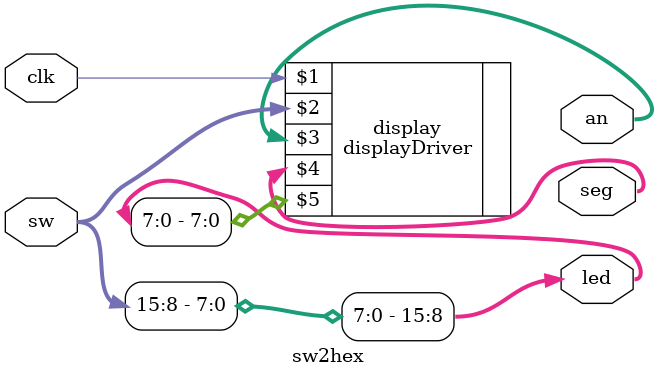
<source format=v>
`timescale 1ns / 1ps


module sw2hex(
        input clk,
        input [15:0] sw, 
        output [15:0] led,
        output [6:0] seg,
        output [7:0] an
    );
    
    //reg [1:0] ctrlCount;
   // wire slowclk;
    
   // parameter ndisp = 4;
    //wire [6:0] dispSegs3, dispSegs2, dispSegs1, dispSegs0;
    
    //clockdivider #(.clockdivs(16)) clkdiv(clk, slowclk);

    displayDriver display(clk, sw, an, seg, led[7:0]);
    
    assign led[15:8] = sw[15:8];
    /*initial ctrlCount = 2'b00;
        
    sevenSegDisplay disp0(sw[3:0], dispSegs0);
    sevenSegDisplay disp1(sw[7:4], dispSegs1);
    sevenSegDisplay disp2(sw[11:8], dispSegs2);
    sevenSegDisplay disp3(sw[15:12], dispSegs3);
    
    // Decode the clock counter to enable individual displays.
    decoder_2to4 dispEn(.s(ctrlCount), .out(an));
   
    // Multiplex the display segment signals.
    sevenBit_4to1MUX #(.bitw(7)) segMUX(
        .s(ctrlCount), 
        .in0(dispSegs0), .in1(dispSegs1), .in2(dispSegs2), .in3(dispSegs3),
        .out(seg)
    );

    always @(posedge slowclk)
        ctrlCount = ctrlCount + 1;*/
    
   
endmodule
/*

module decoder_2to4(
    input [1:0] s,
    output reg [7:0] out
    );

    always @(s) 
    begin
        case(s)
            0:  out = 8'b11111110;
            1:  out = 8'b11111101;
            2:  out = 8'b11111011;
            3:  out = 8'b11110111;
        endcase
    end
endmodule

module clockdivider(
    input clock,
    output divclock
    );
    
    parameter ndiv = 2;
    wire[ndiv:0] c;
    genvar i;
    assign c[0] = clock;
    assign divclock = c[ndiv];
    
    generate
        for(i = 0; i <= ndiv-1; i = i+1)
            begin:dividers
                tflipflop d(c[i], 1'b1, 1'b1, c[i+1]);
            end
    endgenerate
    
endmodule  



module sevenBit_4to1MUX(
    input[1:0] s, 
    input [6:0] in0, 
    input [6:0] in1, 
    input [6:0] in2, 
    input [6:0] in3,
    output reg[6:0] out 
    );
    
    parameter bitw = 7;
    
    always @(s) 
        begin
            case(s)
            0:out = in0;
            1:out = in1;
            2:out = in2;
            3:out = in3;
            endcase
        end
endmodule

module sevenSegDisplay(
		input [3:0] swVal,
		output reg [6:0] segs
	);
	always @(swVal)
		begin
			case(swVal)
				0: segs = 7'b1000000;
				1: segs = 7'b1111001;
				2: segs = 7'b0100100; 
				3: segs = 7'b0110000;//0000110;
				4: segs = 7'b0011001;//1001100;
				5: segs = 7'b0010010;//0100100;
				6: segs = 7'b0000010;//0100000;
				7: segs = 7'b1111000;//0001111;
				8: segs = 7'b0000000;
				9: segs = 7'b0010000;//0000100;
				'hA: segs = 7'b0001000;
				'hb: segs = 7'b0000011;//1100000;
				'hC: segs = 7'b1000110;//0110001;
				'hd: segs = 7'b0100001;//1000010;
				'hE: segs = 7'b0000110;//0110000;
				'hF: segs = 7'b0001110;//0111000;
				default: segs = 7'b0000000; // 0
			endcase 
		end
endmodule*/
</source>
